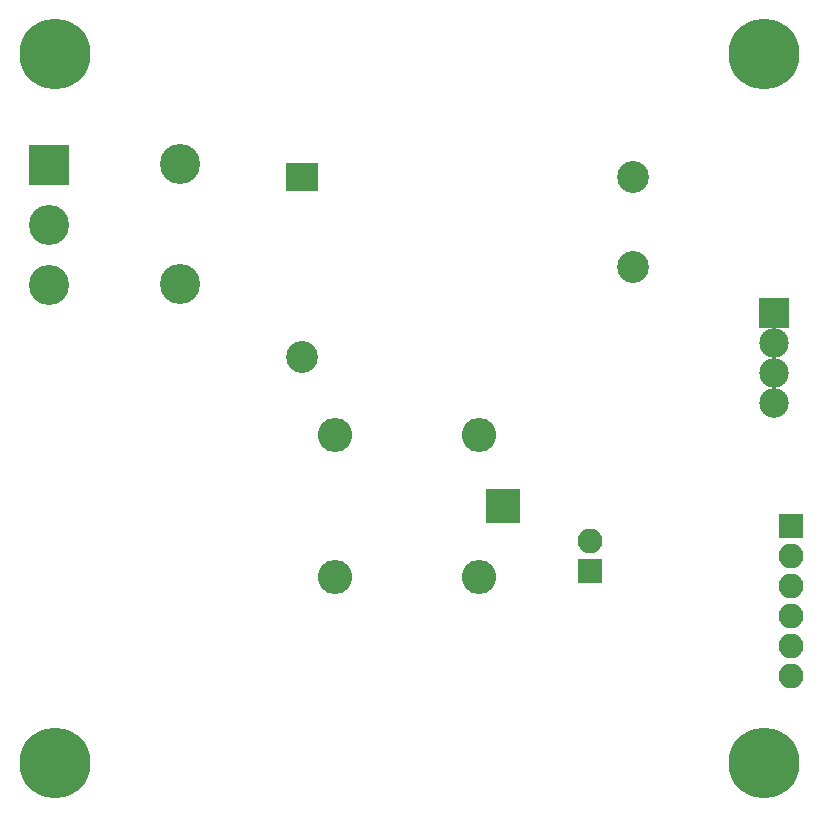
<source format=gbs>
G04 #@! TF.GenerationSoftware,KiCad,Pcbnew,(5.0.0)*
G04 #@! TF.CreationDate,2019-01-27T17:49:07+01:00*
G04 #@! TF.ProjectId,HeaterControlIndication,486561746572436F6E74726F6C496E64,rev?*
G04 #@! TF.SameCoordinates,Original*
G04 #@! TF.FileFunction,Soldermask,Bot*
G04 #@! TF.FilePolarity,Negative*
%FSLAX46Y46*%
G04 Gerber Fmt 4.6, Leading zero omitted, Abs format (unit mm)*
G04 Created by KiCad (PCBNEW (5.0.0)) date 01/27/19 17:49:07*
%MOMM*%
%LPD*%
G01*
G04 APERTURE LIST*
%ADD10C,3.400000*%
%ADD11R,2.500000X2.500000*%
%ADD12C,2.500000*%
%ADD13R,3.400000X3.400000*%
%ADD14R,2.100000X2.100000*%
%ADD15O,2.100000X2.100000*%
%ADD16R,2.900000X2.900000*%
%ADD17O,2.900000X2.900000*%
%ADD18C,6.000000*%
%ADD19C,2.700000*%
%ADD20R,2.700000X2.400000*%
G04 APERTURE END LIST*
D10*
G04 #@! TO.C,F1*
X130544000Y-82278300D03*
X130544000Y-72118300D03*
G04 #@! TD*
D11*
G04 #@! TO.C,J1*
X180762621Y-84732219D03*
D12*
X180762621Y-87272219D03*
X180762621Y-89812219D03*
X180762621Y-92352219D03*
G04 #@! TD*
D13*
G04 #@! TO.C,J2*
X119383200Y-72259300D03*
D10*
X119383200Y-77339300D03*
X119383200Y-82419300D03*
G04 #@! TD*
D14*
G04 #@! TO.C,J3*
X165199720Y-106587400D03*
D15*
X165199720Y-104047400D03*
G04 #@! TD*
D14*
G04 #@! TO.C,J4*
X182253280Y-102828200D03*
D15*
X182253280Y-105368200D03*
X182253280Y-107908200D03*
X182253280Y-110448200D03*
X182253280Y-112988200D03*
X182253280Y-115528200D03*
G04 #@! TD*
D16*
G04 #@! TO.C,K1*
X157849000Y-101074300D03*
D17*
X155849000Y-95074300D03*
X143649000Y-95074300D03*
X143649000Y-107074300D03*
X155849000Y-107074300D03*
G04 #@! TD*
D18*
G04 #@! TO.C,MH1*
X179928100Y-122862800D03*
G04 #@! TD*
G04 #@! TO.C,MH2*
X119928100Y-62862800D03*
G04 #@! TD*
G04 #@! TO.C,MH3*
X119928100Y-122862800D03*
G04 #@! TD*
G04 #@! TO.C,MH4*
X179928100Y-62862800D03*
G04 #@! TD*
D19*
G04 #@! TO.C,PS1*
X168831000Y-73261300D03*
D20*
X140831000Y-73261300D03*
D19*
X140831000Y-88461300D03*
X168831000Y-80861300D03*
G04 #@! TD*
M02*

</source>
